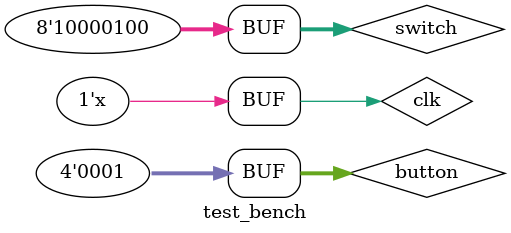
<source format=v>
`timescale 1ns / 1ps


module test_bench;
reg clk=0; //100MHz
reg [7:0] switch=0;
reg [3:0] button=0;
wire [3:0] anode;
wire [7:0] cathode;

top UUT (clk, switch, button, anode, cathode);

always #5 clk = ~clk;
initial
begin
#100 switch [3:0] =4;
#1000 switch [7:4]=8;
#100 button =1;

end
   
endmodule

</source>
